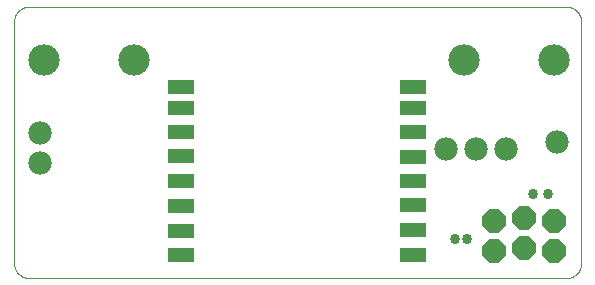
<source format=gbs>
G75*
%MOIN*%
%OFA0B0*%
%FSLAX25Y25*%
%IPPOS*%
%LPD*%
%AMOC8*
5,1,8,0,0,1.08239X$1,22.5*
%
%ADD10C,0.00000*%
%ADD11OC8,0.07800*%
%ADD12R,0.09000X0.04600*%
%ADD13C,0.07800*%
%ADD14C,0.10450*%
%ADD15C,0.03400*%
D10*
X0012000Y0060307D02*
X0190976Y0060307D01*
X0191116Y0060309D01*
X0191256Y0060315D01*
X0191396Y0060325D01*
X0191536Y0060338D01*
X0191675Y0060356D01*
X0191814Y0060378D01*
X0191951Y0060403D01*
X0192089Y0060432D01*
X0192225Y0060465D01*
X0192360Y0060502D01*
X0192494Y0060543D01*
X0192627Y0060588D01*
X0192759Y0060636D01*
X0192889Y0060688D01*
X0193018Y0060743D01*
X0193145Y0060802D01*
X0193271Y0060865D01*
X0193395Y0060931D01*
X0193516Y0061000D01*
X0193636Y0061073D01*
X0193754Y0061150D01*
X0193869Y0061229D01*
X0193983Y0061312D01*
X0194093Y0061398D01*
X0194202Y0061487D01*
X0194308Y0061579D01*
X0194411Y0061674D01*
X0194512Y0061771D01*
X0194609Y0061872D01*
X0194704Y0061975D01*
X0194796Y0062081D01*
X0194885Y0062190D01*
X0194971Y0062300D01*
X0195054Y0062414D01*
X0195133Y0062529D01*
X0195210Y0062647D01*
X0195283Y0062767D01*
X0195352Y0062888D01*
X0195418Y0063012D01*
X0195481Y0063138D01*
X0195540Y0063265D01*
X0195595Y0063394D01*
X0195647Y0063524D01*
X0195695Y0063656D01*
X0195740Y0063789D01*
X0195781Y0063923D01*
X0195818Y0064058D01*
X0195851Y0064194D01*
X0195880Y0064332D01*
X0195905Y0064469D01*
X0195927Y0064608D01*
X0195945Y0064747D01*
X0195958Y0064887D01*
X0195968Y0065027D01*
X0195974Y0065167D01*
X0195976Y0065307D01*
X0195976Y0145858D01*
X0195974Y0145998D01*
X0195968Y0146138D01*
X0195958Y0146278D01*
X0195945Y0146418D01*
X0195927Y0146557D01*
X0195905Y0146696D01*
X0195880Y0146833D01*
X0195851Y0146971D01*
X0195818Y0147107D01*
X0195781Y0147242D01*
X0195740Y0147376D01*
X0195695Y0147509D01*
X0195647Y0147641D01*
X0195595Y0147771D01*
X0195540Y0147900D01*
X0195481Y0148027D01*
X0195418Y0148153D01*
X0195352Y0148277D01*
X0195283Y0148398D01*
X0195210Y0148518D01*
X0195133Y0148636D01*
X0195054Y0148751D01*
X0194971Y0148865D01*
X0194885Y0148975D01*
X0194796Y0149084D01*
X0194704Y0149190D01*
X0194609Y0149293D01*
X0194512Y0149394D01*
X0194411Y0149491D01*
X0194308Y0149586D01*
X0194202Y0149678D01*
X0194093Y0149767D01*
X0193983Y0149853D01*
X0193869Y0149936D01*
X0193754Y0150015D01*
X0193636Y0150092D01*
X0193516Y0150165D01*
X0193395Y0150234D01*
X0193271Y0150300D01*
X0193145Y0150363D01*
X0193018Y0150422D01*
X0192889Y0150477D01*
X0192759Y0150529D01*
X0192627Y0150577D01*
X0192494Y0150622D01*
X0192360Y0150663D01*
X0192225Y0150700D01*
X0192089Y0150733D01*
X0191951Y0150762D01*
X0191814Y0150787D01*
X0191675Y0150809D01*
X0191536Y0150827D01*
X0191396Y0150840D01*
X0191256Y0150850D01*
X0191116Y0150856D01*
X0190976Y0150858D01*
X0012000Y0150858D01*
X0011860Y0150856D01*
X0011720Y0150850D01*
X0011580Y0150840D01*
X0011440Y0150827D01*
X0011301Y0150809D01*
X0011162Y0150787D01*
X0011025Y0150762D01*
X0010887Y0150733D01*
X0010751Y0150700D01*
X0010616Y0150663D01*
X0010482Y0150622D01*
X0010349Y0150577D01*
X0010217Y0150529D01*
X0010087Y0150477D01*
X0009958Y0150422D01*
X0009831Y0150363D01*
X0009705Y0150300D01*
X0009581Y0150234D01*
X0009460Y0150165D01*
X0009340Y0150092D01*
X0009222Y0150015D01*
X0009107Y0149936D01*
X0008993Y0149853D01*
X0008883Y0149767D01*
X0008774Y0149678D01*
X0008668Y0149586D01*
X0008565Y0149491D01*
X0008464Y0149394D01*
X0008367Y0149293D01*
X0008272Y0149190D01*
X0008180Y0149084D01*
X0008091Y0148975D01*
X0008005Y0148865D01*
X0007922Y0148751D01*
X0007843Y0148636D01*
X0007766Y0148518D01*
X0007693Y0148398D01*
X0007624Y0148277D01*
X0007558Y0148153D01*
X0007495Y0148027D01*
X0007436Y0147900D01*
X0007381Y0147771D01*
X0007329Y0147641D01*
X0007281Y0147509D01*
X0007236Y0147376D01*
X0007195Y0147242D01*
X0007158Y0147107D01*
X0007125Y0146971D01*
X0007096Y0146833D01*
X0007071Y0146696D01*
X0007049Y0146557D01*
X0007031Y0146418D01*
X0007018Y0146278D01*
X0007008Y0146138D01*
X0007002Y0145998D01*
X0007000Y0145858D01*
X0007000Y0065307D01*
X0007002Y0065167D01*
X0007008Y0065027D01*
X0007018Y0064887D01*
X0007031Y0064747D01*
X0007049Y0064608D01*
X0007071Y0064469D01*
X0007096Y0064332D01*
X0007125Y0064194D01*
X0007158Y0064058D01*
X0007195Y0063923D01*
X0007236Y0063789D01*
X0007281Y0063656D01*
X0007329Y0063524D01*
X0007381Y0063394D01*
X0007436Y0063265D01*
X0007495Y0063138D01*
X0007558Y0063012D01*
X0007624Y0062888D01*
X0007693Y0062767D01*
X0007766Y0062647D01*
X0007843Y0062529D01*
X0007922Y0062414D01*
X0008005Y0062300D01*
X0008091Y0062190D01*
X0008180Y0062081D01*
X0008272Y0061975D01*
X0008367Y0061872D01*
X0008464Y0061771D01*
X0008565Y0061674D01*
X0008668Y0061579D01*
X0008774Y0061487D01*
X0008883Y0061398D01*
X0008993Y0061312D01*
X0009107Y0061229D01*
X0009222Y0061150D01*
X0009340Y0061073D01*
X0009460Y0061000D01*
X0009581Y0060931D01*
X0009705Y0060865D01*
X0009831Y0060802D01*
X0009958Y0060743D01*
X0010087Y0060688D01*
X0010217Y0060636D01*
X0010349Y0060588D01*
X0010482Y0060543D01*
X0010616Y0060502D01*
X0010751Y0060465D01*
X0010887Y0060432D01*
X0011025Y0060403D01*
X0011162Y0060378D01*
X0011301Y0060356D01*
X0011440Y0060338D01*
X0011580Y0060325D01*
X0011720Y0060315D01*
X0011860Y0060309D01*
X0012000Y0060307D01*
D11*
X0167000Y0069307D03*
X0177000Y0070307D03*
X0187000Y0069307D03*
X0187000Y0079307D03*
X0177000Y0080307D03*
X0167000Y0079307D03*
D12*
X0139867Y0076314D03*
X0139867Y0067938D03*
X0139867Y0084813D03*
X0139867Y0092687D03*
X0139867Y0100561D03*
X0139867Y0109060D03*
X0139867Y0116934D03*
X0139867Y0124183D03*
X0062500Y0124183D03*
X0062500Y0116934D03*
X0062500Y0109060D03*
X0062500Y0101186D03*
X0062500Y0092687D03*
X0062500Y0084439D03*
X0062500Y0076063D03*
X0062500Y0068189D03*
D13*
X0015500Y0098807D03*
X0015500Y0108807D03*
X0151000Y0103307D03*
X0161000Y0103307D03*
X0171000Y0103307D03*
X0188000Y0105583D03*
D14*
X0187000Y0133063D03*
X0157000Y0133063D03*
X0047000Y0133063D03*
X0017000Y0133063D03*
D15*
X0154000Y0073307D03*
X0158000Y0073307D03*
X0180000Y0088307D03*
X0185000Y0088307D03*
M02*

</source>
